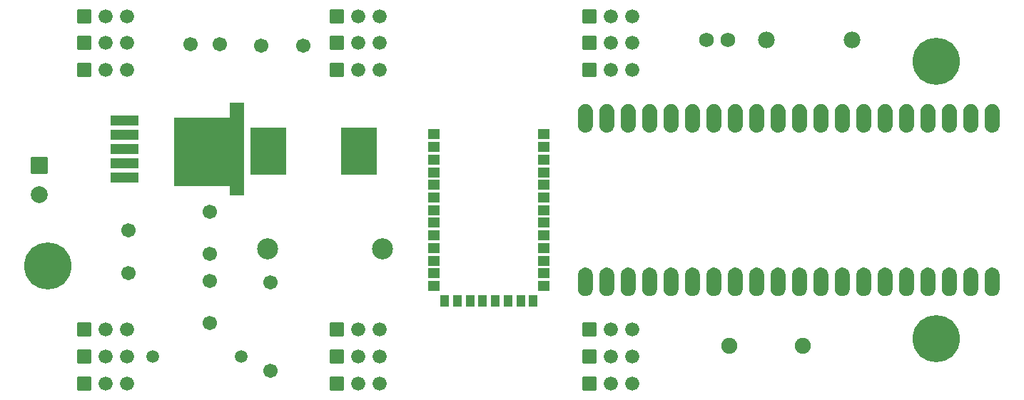
<source format=gts>
G04 Layer: TopSolderMaskLayer*
G04 EasyEDA v6.5.23, 2023-09-19 16:20:23*
G04 fec3ef732f994282af85564de1ff210d,c045908398b64bc89dde678931a0b1f3,10*
G04 Gerber Generator version 0.2*
G04 Scale: 100 percent, Rotated: No, Reflected: No *
G04 Dimensions in millimeters *
G04 leading zeros omitted , absolute positions ,4 integer and 5 decimal *
%FSLAX45Y45*%
%MOMM*%

%AMMACRO1*1,1,$1,$2,$3*1,1,$1,$4,$5*1,1,$1,0-$2,0-$3*1,1,$1,0-$4,0-$5*20,1,$1,$2,$3,$4,$5,0*20,1,$1,$4,$5,0-$2,0-$3,0*20,1,$1,0-$2,0-$3,0-$4,0-$5,0*20,1,$1,0-$4,0-$5,$2,$3,0*4,1,4,$2,$3,$4,$5,0-$2,0-$3,0-$4,0-$5,$2,$3,0*%
%AMMACRO2*4,1,8,2.4905,-5.5118,2.4905,-4.3663,-4.1135,-4.3663,-4.1135,3.7338,2.4905,3.7338,2.4905,5.5118,4.1135,5.5118,4.1135,-5.5118,2.4905,-5.5118,0*%
%ADD10C,1.7016*%
%ADD11C,2.5016*%
%ADD12C,1.6764*%
%ADD13MACRO1,0.1016X-0.7874X0.7874X0.7874X0.7874*%
%ADD14MACRO1,0.1016X-2.0925X2.75X2.0925X2.75*%
%ADD15C,1.7526*%
%ADD16C,1.5016*%
%ADD17C,1.9812*%
%ADD18MACRO1,0.1016X-1.6X0.575X1.6X0.575*%
%ADD19MACRO2*%
%ADD20R,1.1024X1.4021*%
%ADD21MACRO1,0.1016X0.6502X-0.5004X-0.6502X-0.5004*%
%ADD22MACRO1,0.1016X-0.6502X0.5004X0.6502X0.5004*%
%ADD23MACRO1,0.1X0.95X0.95X0.95X-0.95*%
%ADD24C,2.0000*%
%ADD25C,1.9016*%
%ADD26C,5.6016*%
%ADD27C,0.0125*%

%LPD*%
G36*
X10560811Y6408673D02*
G01*
X10549890Y6409944D01*
X10539222Y6412737D01*
X10529061Y6416802D01*
X10519409Y6422136D01*
X10510520Y6428486D01*
X10502645Y6436105D01*
X10495534Y6444487D01*
X10489691Y6453886D01*
X10484865Y6463792D01*
X10481563Y6474205D01*
X10479531Y6485128D01*
X10478770Y6495795D01*
X10478770Y6661150D01*
X10479531Y6672071D01*
X10481563Y6682739D01*
X10484865Y6693154D01*
X10489691Y6703313D01*
X10495534Y6712458D01*
X10502645Y6720839D01*
X10510520Y6728460D01*
X10519409Y6734810D01*
X10529061Y6740144D01*
X10539222Y6744208D01*
X10549890Y6747002D01*
X10560811Y6748526D01*
X10571988Y6748526D01*
X10582909Y6747002D01*
X10593577Y6744208D01*
X10603738Y6740144D01*
X10613390Y6734810D01*
X10622279Y6728460D01*
X10630154Y6720839D01*
X10637265Y6712458D01*
X10643108Y6703313D01*
X10647934Y6693154D01*
X10651236Y6682739D01*
X10653268Y6672071D01*
X10654029Y6661150D01*
X10654029Y6495795D01*
X10653268Y6485128D01*
X10651236Y6474205D01*
X10647934Y6463792D01*
X10643108Y6453886D01*
X10637265Y6444487D01*
X10630154Y6436105D01*
X10622279Y6428486D01*
X10613390Y6422136D01*
X10603738Y6416802D01*
X10593577Y6412737D01*
X10582909Y6409944D01*
X10571988Y6408673D01*
G37*
G36*
X10306811Y6408673D02*
G01*
X10295890Y6409944D01*
X10285222Y6412737D01*
X10275061Y6416802D01*
X10265409Y6422136D01*
X10256520Y6428486D01*
X10248645Y6436105D01*
X10241534Y6444487D01*
X10235691Y6453886D01*
X10230865Y6463792D01*
X10227563Y6474205D01*
X10225531Y6485128D01*
X10224770Y6495795D01*
X10224770Y6661150D01*
X10225531Y6672071D01*
X10227563Y6682739D01*
X10230865Y6693154D01*
X10235691Y6703313D01*
X10241534Y6712458D01*
X10248645Y6720839D01*
X10256520Y6728460D01*
X10265409Y6734810D01*
X10275061Y6740144D01*
X10285222Y6744208D01*
X10295890Y6747002D01*
X10306811Y6748526D01*
X10317988Y6748526D01*
X10328909Y6747002D01*
X10339577Y6744208D01*
X10349738Y6740144D01*
X10359390Y6734810D01*
X10368279Y6728460D01*
X10376154Y6720839D01*
X10383265Y6712458D01*
X10389108Y6703313D01*
X10393934Y6693154D01*
X10397236Y6682739D01*
X10399268Y6672071D01*
X10400029Y6661150D01*
X10400029Y6495795D01*
X10399268Y6485128D01*
X10397236Y6474205D01*
X10393934Y6463792D01*
X10389108Y6453886D01*
X10383265Y6444487D01*
X10376154Y6436105D01*
X10368279Y6428486D01*
X10359390Y6422136D01*
X10349738Y6416802D01*
X10339577Y6412737D01*
X10328909Y6409944D01*
X10317988Y6408673D01*
G37*
G36*
X10052811Y6408673D02*
G01*
X10041890Y6409944D01*
X10031222Y6412737D01*
X10021061Y6416802D01*
X10011409Y6422136D01*
X10002520Y6428486D01*
X9994645Y6436105D01*
X9987534Y6444487D01*
X9981691Y6453886D01*
X9976865Y6463792D01*
X9973563Y6474205D01*
X9971531Y6485128D01*
X9970770Y6495795D01*
X9970770Y6661150D01*
X9971531Y6672071D01*
X9973563Y6682739D01*
X9976865Y6693154D01*
X9981691Y6703313D01*
X9987534Y6712458D01*
X9994645Y6720839D01*
X10002520Y6728460D01*
X10011409Y6734810D01*
X10021061Y6740144D01*
X10031222Y6744208D01*
X10041890Y6747002D01*
X10052811Y6748526D01*
X10063988Y6748526D01*
X10074909Y6747002D01*
X10085577Y6744208D01*
X10095738Y6740144D01*
X10105390Y6734810D01*
X10114279Y6728460D01*
X10122154Y6720839D01*
X10129265Y6712458D01*
X10135108Y6703313D01*
X10139934Y6693154D01*
X10143236Y6682739D01*
X10145268Y6672071D01*
X10146029Y6661150D01*
X10146029Y6495795D01*
X10145268Y6485128D01*
X10143236Y6474205D01*
X10139934Y6463792D01*
X10135108Y6453886D01*
X10129265Y6444487D01*
X10122154Y6436105D01*
X10114279Y6428486D01*
X10105390Y6422136D01*
X10095738Y6416802D01*
X10085577Y6412737D01*
X10074909Y6409944D01*
X10063988Y6408673D01*
G37*
G36*
X9798811Y6408673D02*
G01*
X9787890Y6409944D01*
X9777222Y6412737D01*
X9767061Y6416802D01*
X9757409Y6422136D01*
X9748520Y6428486D01*
X9740645Y6436105D01*
X9733534Y6444487D01*
X9727691Y6453886D01*
X9722865Y6463792D01*
X9719563Y6474205D01*
X9717531Y6485128D01*
X9716770Y6495795D01*
X9716770Y6661150D01*
X9717531Y6672071D01*
X9719563Y6682739D01*
X9722865Y6693154D01*
X9727691Y6703313D01*
X9733534Y6712458D01*
X9740645Y6720839D01*
X9748520Y6728460D01*
X9757409Y6734810D01*
X9767061Y6740144D01*
X9777222Y6744208D01*
X9787890Y6747002D01*
X9798811Y6748526D01*
X9809988Y6748526D01*
X9820909Y6747002D01*
X9831577Y6744208D01*
X9841738Y6740144D01*
X9851390Y6734810D01*
X9860279Y6728460D01*
X9868154Y6720839D01*
X9875265Y6712458D01*
X9881108Y6703313D01*
X9885934Y6693154D01*
X9889236Y6682739D01*
X9891268Y6672071D01*
X9892029Y6661150D01*
X9892029Y6495795D01*
X9891268Y6485128D01*
X9889236Y6474205D01*
X9885934Y6463792D01*
X9881108Y6453886D01*
X9875265Y6444487D01*
X9868154Y6436105D01*
X9860279Y6428486D01*
X9851390Y6422136D01*
X9841738Y6416802D01*
X9831577Y6412737D01*
X9820909Y6409944D01*
X9809988Y6408673D01*
G37*
G36*
X9544811Y6408673D02*
G01*
X9533890Y6409944D01*
X9523222Y6412737D01*
X9513061Y6416802D01*
X9503409Y6422136D01*
X9494520Y6428486D01*
X9486645Y6436105D01*
X9479534Y6444487D01*
X9473691Y6453886D01*
X9468865Y6463792D01*
X9465563Y6474205D01*
X9463531Y6485128D01*
X9462770Y6495795D01*
X9462770Y6661150D01*
X9463531Y6672071D01*
X9465563Y6682739D01*
X9468865Y6693154D01*
X9473691Y6703313D01*
X9479534Y6712458D01*
X9486645Y6720839D01*
X9494520Y6728460D01*
X9503409Y6734810D01*
X9513061Y6740144D01*
X9523222Y6744208D01*
X9533890Y6747002D01*
X9544811Y6748526D01*
X9555988Y6748526D01*
X9566909Y6747002D01*
X9577577Y6744208D01*
X9587738Y6740144D01*
X9597390Y6734810D01*
X9606279Y6728460D01*
X9614154Y6720839D01*
X9621265Y6712458D01*
X9627108Y6703313D01*
X9631934Y6693154D01*
X9635236Y6682739D01*
X9637268Y6672071D01*
X9638029Y6661150D01*
X9638029Y6495795D01*
X9637268Y6485128D01*
X9635236Y6474205D01*
X9631934Y6463792D01*
X9627108Y6453886D01*
X9621265Y6444487D01*
X9614154Y6436105D01*
X9606279Y6428486D01*
X9597390Y6422136D01*
X9587738Y6416802D01*
X9577577Y6412737D01*
X9566909Y6409944D01*
X9555988Y6408673D01*
G37*
G36*
X9290811Y6408673D02*
G01*
X9279890Y6409944D01*
X9269222Y6412737D01*
X9259061Y6416802D01*
X9249409Y6422136D01*
X9240520Y6428486D01*
X9232645Y6436105D01*
X9225534Y6444487D01*
X9219691Y6453886D01*
X9214865Y6463792D01*
X9211563Y6474205D01*
X9209531Y6485128D01*
X9208770Y6495795D01*
X9208770Y6661150D01*
X9209531Y6672071D01*
X9211563Y6682739D01*
X9214865Y6693154D01*
X9219691Y6703313D01*
X9225534Y6712458D01*
X9232645Y6720839D01*
X9240520Y6728460D01*
X9249409Y6734810D01*
X9259061Y6740144D01*
X9269222Y6744208D01*
X9279890Y6747002D01*
X9290811Y6748526D01*
X9301988Y6748526D01*
X9312909Y6747002D01*
X9323577Y6744208D01*
X9333738Y6740144D01*
X9343390Y6734810D01*
X9352279Y6728460D01*
X9360154Y6720839D01*
X9367265Y6712458D01*
X9373108Y6703313D01*
X9377934Y6693154D01*
X9381236Y6682739D01*
X9383268Y6672071D01*
X9384029Y6661150D01*
X9384029Y6495795D01*
X9383268Y6485128D01*
X9381236Y6474205D01*
X9377934Y6463792D01*
X9373108Y6453886D01*
X9367265Y6444487D01*
X9360154Y6436105D01*
X9352279Y6428486D01*
X9343390Y6422136D01*
X9333738Y6416802D01*
X9323577Y6412737D01*
X9312909Y6409944D01*
X9301988Y6408673D01*
G37*
G36*
X9036811Y6408673D02*
G01*
X9025890Y6409944D01*
X9015222Y6412737D01*
X9005061Y6416802D01*
X8995409Y6422136D01*
X8986520Y6428486D01*
X8978645Y6436105D01*
X8971534Y6444487D01*
X8965691Y6453886D01*
X8960865Y6463792D01*
X8957563Y6474205D01*
X8955531Y6485128D01*
X8954770Y6495795D01*
X8954770Y6661150D01*
X8955531Y6672071D01*
X8957563Y6682739D01*
X8960865Y6693154D01*
X8965691Y6703313D01*
X8971534Y6712458D01*
X8978645Y6720839D01*
X8986520Y6728460D01*
X8995409Y6734810D01*
X9005061Y6740144D01*
X9015222Y6744208D01*
X9025890Y6747002D01*
X9036811Y6748526D01*
X9047988Y6748526D01*
X9058909Y6747002D01*
X9069577Y6744208D01*
X9079738Y6740144D01*
X9089390Y6734810D01*
X9098279Y6728460D01*
X9106154Y6720839D01*
X9113265Y6712458D01*
X9119108Y6703313D01*
X9123934Y6693154D01*
X9127236Y6682739D01*
X9129268Y6672071D01*
X9130029Y6661150D01*
X9130029Y6495795D01*
X9129268Y6485128D01*
X9127236Y6474205D01*
X9123934Y6463792D01*
X9119108Y6453886D01*
X9113265Y6444487D01*
X9106154Y6436105D01*
X9098279Y6428486D01*
X9089390Y6422136D01*
X9079738Y6416802D01*
X9069577Y6412737D01*
X9058909Y6409944D01*
X9047988Y6408673D01*
G37*
G36*
X8782811Y6408673D02*
G01*
X8771890Y6409944D01*
X8761222Y6412737D01*
X8751061Y6416802D01*
X8741409Y6422136D01*
X8732520Y6428486D01*
X8724645Y6436105D01*
X8717534Y6444487D01*
X8711691Y6453886D01*
X8706865Y6463792D01*
X8703563Y6474205D01*
X8701531Y6485128D01*
X8700770Y6495795D01*
X8700770Y6661150D01*
X8701531Y6672071D01*
X8703563Y6682739D01*
X8706865Y6693154D01*
X8711691Y6703313D01*
X8717534Y6712458D01*
X8724645Y6720839D01*
X8732520Y6728460D01*
X8741409Y6734810D01*
X8751061Y6740144D01*
X8761222Y6744208D01*
X8771890Y6747002D01*
X8782811Y6748526D01*
X8793988Y6748526D01*
X8804909Y6747002D01*
X8815577Y6744208D01*
X8825738Y6740144D01*
X8835390Y6734810D01*
X8844279Y6728460D01*
X8852154Y6720839D01*
X8859265Y6712458D01*
X8865108Y6703313D01*
X8869934Y6693154D01*
X8873236Y6682739D01*
X8875268Y6672071D01*
X8876029Y6661150D01*
X8876029Y6495795D01*
X8875268Y6485128D01*
X8873236Y6474205D01*
X8869934Y6463792D01*
X8865108Y6453886D01*
X8859265Y6444487D01*
X8852154Y6436105D01*
X8844279Y6428486D01*
X8835390Y6422136D01*
X8825738Y6416802D01*
X8815577Y6412737D01*
X8804909Y6409944D01*
X8793988Y6408673D01*
G37*
G36*
X8528811Y6408673D02*
G01*
X8517890Y6409944D01*
X8507222Y6412737D01*
X8497061Y6416802D01*
X8487409Y6422136D01*
X8478520Y6428486D01*
X8470645Y6436105D01*
X8463534Y6444487D01*
X8457691Y6453886D01*
X8452865Y6463792D01*
X8449563Y6474205D01*
X8447531Y6485128D01*
X8446770Y6495795D01*
X8446770Y6661150D01*
X8447531Y6672071D01*
X8449563Y6682739D01*
X8452865Y6693154D01*
X8457691Y6703313D01*
X8463534Y6712458D01*
X8470645Y6720839D01*
X8478520Y6728460D01*
X8487409Y6734810D01*
X8497061Y6740144D01*
X8507222Y6744208D01*
X8517890Y6747002D01*
X8528811Y6748526D01*
X8539988Y6748526D01*
X8550909Y6747002D01*
X8561577Y6744208D01*
X8571738Y6740144D01*
X8581390Y6734810D01*
X8590279Y6728460D01*
X8598154Y6720839D01*
X8605265Y6712458D01*
X8611108Y6703313D01*
X8615934Y6693154D01*
X8619236Y6682739D01*
X8621268Y6672071D01*
X8622029Y6661150D01*
X8622029Y6495795D01*
X8621268Y6485128D01*
X8619236Y6474205D01*
X8615934Y6463792D01*
X8611108Y6453886D01*
X8605265Y6444487D01*
X8598154Y6436105D01*
X8590279Y6428486D01*
X8581390Y6422136D01*
X8571738Y6416802D01*
X8561577Y6412737D01*
X8550909Y6409944D01*
X8539988Y6408673D01*
G37*
G36*
X8274811Y6408673D02*
G01*
X8263890Y6409944D01*
X8253222Y6412737D01*
X8243061Y6416802D01*
X8233409Y6422136D01*
X8224520Y6428486D01*
X8216645Y6436105D01*
X8209534Y6444487D01*
X8203691Y6453886D01*
X8198865Y6463792D01*
X8195563Y6474205D01*
X8193531Y6485128D01*
X8192770Y6495795D01*
X8192770Y6661150D01*
X8193531Y6672071D01*
X8195563Y6682739D01*
X8198865Y6693154D01*
X8203691Y6703313D01*
X8209534Y6712458D01*
X8216645Y6720839D01*
X8224520Y6728460D01*
X8233409Y6734810D01*
X8243061Y6740144D01*
X8253222Y6744208D01*
X8263890Y6747002D01*
X8274811Y6748526D01*
X8285988Y6748526D01*
X8296909Y6747002D01*
X8307577Y6744208D01*
X8317738Y6740144D01*
X8327390Y6734810D01*
X8336279Y6728460D01*
X8344154Y6720839D01*
X8351265Y6712458D01*
X8357108Y6703313D01*
X8361934Y6693154D01*
X8365236Y6682739D01*
X8367268Y6672071D01*
X8368029Y6661150D01*
X8368029Y6495795D01*
X8367268Y6485128D01*
X8365236Y6474205D01*
X8361934Y6463792D01*
X8357108Y6453886D01*
X8351265Y6444487D01*
X8344154Y6436105D01*
X8336279Y6428486D01*
X8327390Y6422136D01*
X8317738Y6416802D01*
X8307577Y6412737D01*
X8296909Y6409944D01*
X8285988Y6408673D01*
G37*
G36*
X8020811Y6408673D02*
G01*
X8009890Y6409944D01*
X7999475Y6412737D01*
X7989061Y6416802D01*
X7979409Y6422136D01*
X7970520Y6428486D01*
X7962645Y6436105D01*
X7955534Y6444487D01*
X7949691Y6453886D01*
X7944865Y6463792D01*
X7941563Y6474205D01*
X7939531Y6485128D01*
X7938770Y6495795D01*
X7938770Y6661150D01*
X7939531Y6672071D01*
X7941563Y6682739D01*
X7944865Y6693154D01*
X7949691Y6703313D01*
X7955534Y6712458D01*
X7962645Y6720839D01*
X7970520Y6728460D01*
X7979409Y6734810D01*
X7989061Y6740144D01*
X7999475Y6744208D01*
X8009890Y6747002D01*
X8020811Y6748526D01*
X8031988Y6748526D01*
X8042909Y6747002D01*
X8053577Y6744208D01*
X8063738Y6740144D01*
X8073390Y6734810D01*
X8082279Y6728460D01*
X8090154Y6720839D01*
X8097265Y6712458D01*
X8103108Y6703313D01*
X8107934Y6693154D01*
X8111236Y6682739D01*
X8113268Y6672071D01*
X8114029Y6661150D01*
X8114029Y6495795D01*
X8113268Y6485128D01*
X8111236Y6474205D01*
X8107934Y6463792D01*
X8103108Y6453886D01*
X8097265Y6444487D01*
X8090154Y6436105D01*
X8082279Y6428486D01*
X8073390Y6422136D01*
X8063738Y6416802D01*
X8053577Y6412737D01*
X8042909Y6409944D01*
X8031988Y6408673D01*
G37*
G36*
X7766811Y6408673D02*
G01*
X7755890Y6409944D01*
X7745475Y6412737D01*
X7735061Y6416802D01*
X7725409Y6422136D01*
X7716520Y6428486D01*
X7708645Y6436105D01*
X7701534Y6444487D01*
X7695691Y6453886D01*
X7690865Y6463792D01*
X7687563Y6474205D01*
X7685531Y6485128D01*
X7684770Y6495795D01*
X7684770Y6661150D01*
X7685531Y6672071D01*
X7687563Y6682739D01*
X7690865Y6693154D01*
X7695691Y6703313D01*
X7701534Y6712458D01*
X7708645Y6720839D01*
X7716520Y6728460D01*
X7725409Y6734810D01*
X7735061Y6740144D01*
X7745475Y6744208D01*
X7755890Y6747002D01*
X7766811Y6748526D01*
X7777988Y6748526D01*
X7788909Y6747002D01*
X7799577Y6744208D01*
X7809738Y6740144D01*
X7819390Y6734810D01*
X7828279Y6728460D01*
X7836154Y6720839D01*
X7843265Y6712458D01*
X7849108Y6703313D01*
X7853934Y6693154D01*
X7857236Y6682739D01*
X7859268Y6672071D01*
X7860029Y6661150D01*
X7860029Y6495795D01*
X7859268Y6485128D01*
X7857236Y6474205D01*
X7853934Y6463792D01*
X7849108Y6453886D01*
X7843265Y6444487D01*
X7836154Y6436105D01*
X7828279Y6428486D01*
X7819390Y6422136D01*
X7809738Y6416802D01*
X7799577Y6412737D01*
X7788909Y6409944D01*
X7777988Y6408673D01*
G37*
G36*
X7512811Y6408673D02*
G01*
X7501890Y6409944D01*
X7491475Y6412737D01*
X7481061Y6416802D01*
X7471409Y6422136D01*
X7462520Y6428486D01*
X7454645Y6436105D01*
X7447534Y6444487D01*
X7441691Y6453886D01*
X7436865Y6463792D01*
X7433563Y6474205D01*
X7431531Y6485128D01*
X7430770Y6495795D01*
X7430770Y6661150D01*
X7431531Y6672071D01*
X7433563Y6682739D01*
X7436865Y6693154D01*
X7441691Y6703313D01*
X7447534Y6712458D01*
X7454645Y6720839D01*
X7462520Y6728460D01*
X7471409Y6734810D01*
X7481061Y6740144D01*
X7491475Y6744208D01*
X7501890Y6747002D01*
X7512811Y6748526D01*
X7523988Y6748526D01*
X7534909Y6747002D01*
X7545577Y6744208D01*
X7555738Y6740144D01*
X7565390Y6734810D01*
X7574279Y6728460D01*
X7582154Y6720839D01*
X7589265Y6712458D01*
X7595108Y6703313D01*
X7599934Y6693154D01*
X7603236Y6682739D01*
X7605268Y6672071D01*
X7606029Y6661150D01*
X7606029Y6495795D01*
X7605268Y6485128D01*
X7603236Y6474205D01*
X7599934Y6463792D01*
X7595108Y6453886D01*
X7589265Y6444487D01*
X7582154Y6436105D01*
X7574279Y6428486D01*
X7565390Y6422136D01*
X7555738Y6416802D01*
X7545577Y6412737D01*
X7534909Y6409944D01*
X7523988Y6408673D01*
G37*
G36*
X7258811Y6408673D02*
G01*
X7247890Y6409944D01*
X7237475Y6412737D01*
X7227061Y6416802D01*
X7217409Y6422136D01*
X7208520Y6428486D01*
X7200645Y6436105D01*
X7193534Y6444487D01*
X7187691Y6453886D01*
X7182865Y6463792D01*
X7179563Y6474205D01*
X7177531Y6485128D01*
X7176770Y6495795D01*
X7176770Y6661150D01*
X7177531Y6672071D01*
X7179563Y6682739D01*
X7182865Y6693154D01*
X7187691Y6703313D01*
X7193534Y6712458D01*
X7200645Y6720839D01*
X7208520Y6728460D01*
X7217409Y6734810D01*
X7227061Y6740144D01*
X7237475Y6744208D01*
X7247890Y6747002D01*
X7258811Y6748526D01*
X7269988Y6748526D01*
X7280909Y6747002D01*
X7291577Y6744208D01*
X7301738Y6740144D01*
X7311390Y6734810D01*
X7320279Y6728460D01*
X7328154Y6720839D01*
X7335265Y6712458D01*
X7341108Y6703313D01*
X7345934Y6693154D01*
X7349236Y6682739D01*
X7351268Y6672071D01*
X7352029Y6661150D01*
X7352029Y6495795D01*
X7351268Y6485128D01*
X7349236Y6474205D01*
X7345934Y6463792D01*
X7341108Y6453886D01*
X7335265Y6444487D01*
X7328154Y6436105D01*
X7320279Y6428486D01*
X7311390Y6422136D01*
X7301738Y6416802D01*
X7291577Y6412737D01*
X7280909Y6409944D01*
X7269988Y6408673D01*
G37*
G36*
X7004811Y6408673D02*
G01*
X6993890Y6409944D01*
X6983475Y6412737D01*
X6973061Y6416802D01*
X6963409Y6422136D01*
X6954520Y6428486D01*
X6946645Y6436105D01*
X6939534Y6444487D01*
X6933691Y6453886D01*
X6928865Y6463792D01*
X6925563Y6474205D01*
X6923531Y6485128D01*
X6922770Y6495795D01*
X6922770Y6661150D01*
X6923531Y6672071D01*
X6925563Y6682739D01*
X6928865Y6693154D01*
X6933691Y6703313D01*
X6939534Y6712458D01*
X6946645Y6720839D01*
X6954520Y6728460D01*
X6963409Y6734810D01*
X6973061Y6740144D01*
X6983475Y6744208D01*
X6993890Y6747002D01*
X7004811Y6748526D01*
X7015988Y6748526D01*
X7026909Y6747002D01*
X7037577Y6744208D01*
X7047738Y6740144D01*
X7057390Y6734810D01*
X7066279Y6728460D01*
X7074154Y6720839D01*
X7081265Y6712458D01*
X7087108Y6703313D01*
X7091934Y6693154D01*
X7095236Y6682739D01*
X7097268Y6672071D01*
X7098029Y6661150D01*
X7098029Y6495795D01*
X7097268Y6485128D01*
X7095236Y6474205D01*
X7091934Y6463792D01*
X7087108Y6453886D01*
X7081265Y6444487D01*
X7074154Y6436105D01*
X7066279Y6428486D01*
X7057390Y6422136D01*
X7047738Y6416802D01*
X7037577Y6412737D01*
X7026909Y6409944D01*
X7015988Y6408673D01*
G37*
G36*
X6750811Y6408673D02*
G01*
X6739890Y6409944D01*
X6729475Y6412737D01*
X6719061Y6416802D01*
X6709409Y6422136D01*
X6700520Y6428486D01*
X6692645Y6436105D01*
X6685534Y6444487D01*
X6679691Y6453886D01*
X6674865Y6463792D01*
X6671563Y6474205D01*
X6669531Y6485128D01*
X6668770Y6495795D01*
X6668770Y6661150D01*
X6669531Y6672071D01*
X6671563Y6682739D01*
X6674865Y6693154D01*
X6679691Y6703313D01*
X6685534Y6712458D01*
X6692645Y6720839D01*
X6700520Y6728460D01*
X6709409Y6734810D01*
X6719061Y6740144D01*
X6729475Y6744208D01*
X6739890Y6747002D01*
X6750811Y6748526D01*
X6761988Y6748526D01*
X6772909Y6747002D01*
X6783577Y6744208D01*
X6793738Y6740144D01*
X6803390Y6734810D01*
X6812279Y6728460D01*
X6820154Y6720839D01*
X6827265Y6712458D01*
X6833108Y6703313D01*
X6837934Y6693154D01*
X6841236Y6682739D01*
X6843268Y6672071D01*
X6844029Y6661150D01*
X6844029Y6495795D01*
X6843268Y6485128D01*
X6841236Y6474205D01*
X6837934Y6463792D01*
X6833108Y6453886D01*
X6827265Y6444487D01*
X6820154Y6436105D01*
X6812279Y6428486D01*
X6803390Y6422136D01*
X6793738Y6416802D01*
X6783577Y6412737D01*
X6772909Y6409944D01*
X6761988Y6408673D01*
G37*
G36*
X6496811Y6408673D02*
G01*
X6485890Y6409944D01*
X6475475Y6412737D01*
X6465061Y6416802D01*
X6455409Y6422136D01*
X6446520Y6428486D01*
X6438645Y6436105D01*
X6431534Y6444487D01*
X6425691Y6453886D01*
X6420865Y6463792D01*
X6417563Y6474205D01*
X6415531Y6485128D01*
X6414770Y6495795D01*
X6414770Y6661150D01*
X6415531Y6672071D01*
X6417563Y6682739D01*
X6420865Y6693154D01*
X6425691Y6703313D01*
X6431534Y6712458D01*
X6438645Y6720839D01*
X6446520Y6728460D01*
X6455409Y6734810D01*
X6465061Y6740144D01*
X6475475Y6744208D01*
X6485890Y6747002D01*
X6496811Y6748526D01*
X6507988Y6748526D01*
X6518909Y6747002D01*
X6529577Y6744208D01*
X6539738Y6740144D01*
X6549390Y6734810D01*
X6558279Y6728460D01*
X6566154Y6720839D01*
X6573265Y6712458D01*
X6579108Y6703313D01*
X6583934Y6693154D01*
X6587236Y6682739D01*
X6589268Y6672071D01*
X6590029Y6661150D01*
X6590029Y6495795D01*
X6589268Y6485128D01*
X6587236Y6474205D01*
X6583934Y6463792D01*
X6579108Y6453886D01*
X6573265Y6444487D01*
X6566154Y6436105D01*
X6558279Y6428486D01*
X6549390Y6422136D01*
X6539738Y6416802D01*
X6529577Y6412737D01*
X6518909Y6409944D01*
X6507988Y6408673D01*
G37*
G36*
X6242811Y6408673D02*
G01*
X6231890Y6409944D01*
X6221475Y6412737D01*
X6211061Y6416802D01*
X6201409Y6422136D01*
X6192520Y6428486D01*
X6184645Y6436105D01*
X6177534Y6444487D01*
X6171691Y6453886D01*
X6166865Y6463792D01*
X6163563Y6474205D01*
X6161531Y6485128D01*
X6160770Y6495795D01*
X6160770Y6661150D01*
X6161531Y6672071D01*
X6163563Y6682739D01*
X6166865Y6693154D01*
X6171691Y6703313D01*
X6177534Y6712458D01*
X6184645Y6720839D01*
X6192520Y6728460D01*
X6201409Y6734810D01*
X6211061Y6740144D01*
X6221475Y6744208D01*
X6231890Y6747002D01*
X6242811Y6748526D01*
X6253988Y6748526D01*
X6264909Y6747002D01*
X6275577Y6744208D01*
X6285738Y6740144D01*
X6295390Y6734810D01*
X6304279Y6728460D01*
X6312154Y6720839D01*
X6319265Y6712458D01*
X6325108Y6703313D01*
X6329934Y6693154D01*
X6333236Y6682739D01*
X6335268Y6672071D01*
X6336029Y6661150D01*
X6336029Y6495795D01*
X6335268Y6485128D01*
X6333236Y6474205D01*
X6329934Y6463792D01*
X6325108Y6453886D01*
X6319265Y6444487D01*
X6312154Y6436105D01*
X6304279Y6428486D01*
X6295390Y6422136D01*
X6285738Y6416802D01*
X6275577Y6412737D01*
X6264909Y6409944D01*
X6253988Y6408673D01*
G37*
G36*
X5988811Y6408673D02*
G01*
X5977890Y6409944D01*
X5967475Y6412737D01*
X5957061Y6416802D01*
X5947409Y6422136D01*
X5938520Y6428486D01*
X5930645Y6436105D01*
X5923534Y6444487D01*
X5917691Y6453886D01*
X5912865Y6463792D01*
X5909563Y6474205D01*
X5907531Y6485128D01*
X5906770Y6495795D01*
X5906770Y6661150D01*
X5907531Y6672071D01*
X5909563Y6682739D01*
X5912865Y6693154D01*
X5917691Y6703313D01*
X5923534Y6712458D01*
X5930645Y6720839D01*
X5938520Y6728460D01*
X5947409Y6734810D01*
X5957061Y6740144D01*
X5967475Y6744208D01*
X5977890Y6747002D01*
X5988811Y6748526D01*
X5999988Y6748526D01*
X6010909Y6747002D01*
X6021577Y6744208D01*
X6031738Y6740144D01*
X6041390Y6734810D01*
X6050279Y6728460D01*
X6058154Y6720839D01*
X6065265Y6712458D01*
X6071108Y6703313D01*
X6075934Y6693154D01*
X6079236Y6682739D01*
X6081268Y6672071D01*
X6082029Y6661150D01*
X6082029Y6495795D01*
X6081268Y6485128D01*
X6079236Y6474205D01*
X6075934Y6463792D01*
X6071108Y6453886D01*
X6065265Y6444487D01*
X6058154Y6436105D01*
X6050279Y6428486D01*
X6041390Y6422136D01*
X6031738Y6416802D01*
X6021577Y6412737D01*
X6010909Y6409944D01*
X5999988Y6408673D01*
G37*
G36*
X5734811Y6408673D02*
G01*
X5723890Y6409944D01*
X5713475Y6412737D01*
X5703061Y6416802D01*
X5693409Y6422136D01*
X5684520Y6428486D01*
X5676645Y6436105D01*
X5669534Y6444487D01*
X5663691Y6453886D01*
X5658865Y6463792D01*
X5655563Y6474205D01*
X5653531Y6485128D01*
X5652770Y6495795D01*
X5652770Y6661150D01*
X5653531Y6672071D01*
X5655563Y6682739D01*
X5658865Y6693154D01*
X5663691Y6703313D01*
X5669534Y6712458D01*
X5676645Y6720839D01*
X5684520Y6728460D01*
X5693409Y6734810D01*
X5703061Y6740144D01*
X5713475Y6744208D01*
X5723890Y6747002D01*
X5734811Y6748526D01*
X5745988Y6748526D01*
X5756909Y6747002D01*
X5767577Y6744208D01*
X5777738Y6740144D01*
X5787390Y6734810D01*
X5796279Y6728460D01*
X5804154Y6720839D01*
X5811265Y6712458D01*
X5817108Y6703313D01*
X5821934Y6693154D01*
X5825236Y6682739D01*
X5827268Y6672071D01*
X5828029Y6661150D01*
X5828029Y6495795D01*
X5827268Y6485128D01*
X5825236Y6474205D01*
X5821934Y6463792D01*
X5817108Y6453886D01*
X5811265Y6444487D01*
X5804154Y6436105D01*
X5796279Y6428486D01*
X5787390Y6422136D01*
X5777738Y6416802D01*
X5767577Y6412737D01*
X5756909Y6409944D01*
X5745988Y6408673D01*
G37*
G36*
X5734811Y4465573D02*
G01*
X5723890Y4466844D01*
X5713475Y4469637D01*
X5703061Y4473702D01*
X5693409Y4479036D01*
X5684520Y4485386D01*
X5676645Y4493005D01*
X5669534Y4501387D01*
X5663691Y4510786D01*
X5658865Y4520692D01*
X5655563Y4531105D01*
X5653531Y4542028D01*
X5652770Y4552950D01*
X5652770Y4718050D01*
X5653531Y4728971D01*
X5655563Y4739894D01*
X5658865Y4750307D01*
X5663691Y4760213D01*
X5669534Y4769357D01*
X5676645Y4777994D01*
X5684520Y4785360D01*
X5693409Y4791963D01*
X5703061Y4797297D01*
X5713475Y4801362D01*
X5723890Y4804155D01*
X5734811Y4805426D01*
X5745988Y4805426D01*
X5756909Y4804155D01*
X5767577Y4801362D01*
X5777738Y4797297D01*
X5787390Y4791963D01*
X5796279Y4785360D01*
X5804154Y4777994D01*
X5811265Y4769357D01*
X5817108Y4760213D01*
X5821934Y4750307D01*
X5825236Y4739894D01*
X5827268Y4728971D01*
X5828029Y4718050D01*
X5828029Y4552950D01*
X5827268Y4542028D01*
X5825236Y4531105D01*
X5821934Y4520692D01*
X5817108Y4510786D01*
X5811265Y4501387D01*
X5804154Y4493005D01*
X5796279Y4485386D01*
X5787390Y4479036D01*
X5777738Y4473702D01*
X5767577Y4469637D01*
X5756909Y4466844D01*
X5745988Y4465573D01*
G37*
G36*
X5988811Y4465573D02*
G01*
X5977890Y4466844D01*
X5967475Y4469637D01*
X5957061Y4473702D01*
X5947409Y4479036D01*
X5938520Y4485386D01*
X5930645Y4493005D01*
X5923534Y4501387D01*
X5917691Y4510786D01*
X5912865Y4520692D01*
X5909563Y4531105D01*
X5907531Y4542028D01*
X5906770Y4552950D01*
X5906770Y4718050D01*
X5907531Y4728971D01*
X5909563Y4739894D01*
X5912865Y4750307D01*
X5917691Y4760213D01*
X5923534Y4769357D01*
X5930645Y4777994D01*
X5938520Y4785360D01*
X5947409Y4791963D01*
X5957061Y4797297D01*
X5967475Y4801362D01*
X5977890Y4804155D01*
X5988811Y4805426D01*
X5999988Y4805426D01*
X6010909Y4804155D01*
X6021577Y4801362D01*
X6031738Y4797297D01*
X6041390Y4791963D01*
X6050279Y4785360D01*
X6058154Y4777994D01*
X6065265Y4769357D01*
X6071108Y4760213D01*
X6075934Y4750307D01*
X6079236Y4739894D01*
X6081268Y4728971D01*
X6082029Y4718050D01*
X6082029Y4552950D01*
X6081268Y4542028D01*
X6079236Y4531105D01*
X6075934Y4520692D01*
X6071108Y4510786D01*
X6065265Y4501387D01*
X6058154Y4493005D01*
X6050279Y4485386D01*
X6041390Y4479036D01*
X6031738Y4473702D01*
X6021577Y4469637D01*
X6010909Y4466844D01*
X5999988Y4465573D01*
G37*
G36*
X6242811Y4465573D02*
G01*
X6231890Y4466844D01*
X6221475Y4469637D01*
X6211061Y4473702D01*
X6201409Y4479036D01*
X6192520Y4485386D01*
X6184645Y4493005D01*
X6177534Y4501387D01*
X6171691Y4510786D01*
X6166865Y4520692D01*
X6163563Y4531105D01*
X6161531Y4542028D01*
X6160770Y4552950D01*
X6160770Y4718050D01*
X6161531Y4728971D01*
X6163563Y4739894D01*
X6166865Y4750307D01*
X6171691Y4760213D01*
X6177534Y4769357D01*
X6184645Y4777994D01*
X6192520Y4785360D01*
X6201409Y4791963D01*
X6211061Y4797297D01*
X6221475Y4801362D01*
X6231890Y4804155D01*
X6242811Y4805426D01*
X6253988Y4805426D01*
X6264909Y4804155D01*
X6275577Y4801362D01*
X6285738Y4797297D01*
X6295390Y4791963D01*
X6304279Y4785360D01*
X6312154Y4777994D01*
X6319265Y4769357D01*
X6325108Y4760213D01*
X6329934Y4750307D01*
X6333236Y4739894D01*
X6335268Y4728971D01*
X6336029Y4718050D01*
X6336029Y4552950D01*
X6335268Y4542028D01*
X6333236Y4531105D01*
X6329934Y4520692D01*
X6325108Y4510786D01*
X6319265Y4501387D01*
X6312154Y4493005D01*
X6304279Y4485386D01*
X6295390Y4479036D01*
X6285738Y4473702D01*
X6275577Y4469637D01*
X6264909Y4466844D01*
X6253988Y4465573D01*
G37*
G36*
X6496811Y4465573D02*
G01*
X6485890Y4466844D01*
X6475475Y4469637D01*
X6465061Y4473702D01*
X6455409Y4479036D01*
X6446520Y4485386D01*
X6438645Y4493005D01*
X6431534Y4501387D01*
X6425691Y4510786D01*
X6420865Y4520692D01*
X6417563Y4531105D01*
X6415531Y4542028D01*
X6414770Y4552950D01*
X6414770Y4718050D01*
X6415531Y4728971D01*
X6417563Y4739894D01*
X6420865Y4750307D01*
X6425691Y4760213D01*
X6431534Y4769357D01*
X6438645Y4777994D01*
X6446520Y4785360D01*
X6455409Y4791963D01*
X6465061Y4797297D01*
X6475475Y4801362D01*
X6485890Y4804155D01*
X6496811Y4805426D01*
X6507988Y4805426D01*
X6518909Y4804155D01*
X6529577Y4801362D01*
X6539738Y4797297D01*
X6549390Y4791963D01*
X6558279Y4785360D01*
X6566154Y4777994D01*
X6573265Y4769357D01*
X6579108Y4760213D01*
X6583934Y4750307D01*
X6587236Y4739894D01*
X6589268Y4728971D01*
X6590029Y4718050D01*
X6590029Y4552950D01*
X6589268Y4542028D01*
X6587236Y4531105D01*
X6583934Y4520692D01*
X6579108Y4510786D01*
X6573265Y4501387D01*
X6566154Y4493005D01*
X6558279Y4485386D01*
X6549390Y4479036D01*
X6539738Y4473702D01*
X6529577Y4469637D01*
X6518909Y4466844D01*
X6507988Y4465573D01*
G37*
G36*
X6750811Y4465573D02*
G01*
X6739890Y4466844D01*
X6729475Y4469637D01*
X6719061Y4473702D01*
X6709409Y4479036D01*
X6700520Y4485386D01*
X6692645Y4493005D01*
X6685534Y4501387D01*
X6679691Y4510786D01*
X6674865Y4520692D01*
X6671563Y4531105D01*
X6669531Y4542028D01*
X6668770Y4552950D01*
X6668770Y4718050D01*
X6669531Y4728971D01*
X6671563Y4739894D01*
X6674865Y4750307D01*
X6679691Y4760213D01*
X6685534Y4769357D01*
X6692645Y4777994D01*
X6700520Y4785360D01*
X6709409Y4791963D01*
X6719061Y4797297D01*
X6729475Y4801362D01*
X6739890Y4804155D01*
X6750811Y4805426D01*
X6761988Y4805426D01*
X6772909Y4804155D01*
X6783577Y4801362D01*
X6793738Y4797297D01*
X6803390Y4791963D01*
X6812279Y4785360D01*
X6820154Y4777994D01*
X6827265Y4769357D01*
X6833108Y4760213D01*
X6837934Y4750307D01*
X6841236Y4739894D01*
X6843268Y4728971D01*
X6844029Y4718050D01*
X6844029Y4552950D01*
X6843268Y4542028D01*
X6841236Y4531105D01*
X6837934Y4520692D01*
X6833108Y4510786D01*
X6827265Y4501387D01*
X6820154Y4493005D01*
X6812279Y4485386D01*
X6803390Y4479036D01*
X6793738Y4473702D01*
X6783577Y4469637D01*
X6772909Y4466844D01*
X6761988Y4465573D01*
G37*
G36*
X7004811Y4465573D02*
G01*
X6993890Y4466844D01*
X6983475Y4469637D01*
X6973061Y4473702D01*
X6963409Y4479036D01*
X6954520Y4485386D01*
X6946645Y4493005D01*
X6939534Y4501387D01*
X6933691Y4510786D01*
X6928865Y4520692D01*
X6925563Y4531105D01*
X6923531Y4542028D01*
X6922770Y4552950D01*
X6922770Y4718050D01*
X6923531Y4728971D01*
X6925563Y4739894D01*
X6928865Y4750307D01*
X6933691Y4760213D01*
X6939534Y4769357D01*
X6946645Y4777994D01*
X6954520Y4785360D01*
X6963409Y4791963D01*
X6973061Y4797297D01*
X6983475Y4801362D01*
X6993890Y4804155D01*
X7004811Y4805426D01*
X7015988Y4805426D01*
X7026909Y4804155D01*
X7037577Y4801362D01*
X7047738Y4797297D01*
X7057390Y4791963D01*
X7066279Y4785360D01*
X7074154Y4777994D01*
X7081265Y4769357D01*
X7087108Y4760213D01*
X7091934Y4750307D01*
X7095236Y4739894D01*
X7097268Y4728971D01*
X7098029Y4718050D01*
X7098029Y4552950D01*
X7097268Y4542028D01*
X7095236Y4531105D01*
X7091934Y4520692D01*
X7087108Y4510786D01*
X7081265Y4501387D01*
X7074154Y4493005D01*
X7066279Y4485386D01*
X7057390Y4479036D01*
X7047738Y4473702D01*
X7037577Y4469637D01*
X7026909Y4466844D01*
X7015988Y4465573D01*
G37*
G36*
X7258811Y4465573D02*
G01*
X7247890Y4466844D01*
X7237475Y4469637D01*
X7227061Y4473702D01*
X7217409Y4479036D01*
X7208520Y4485386D01*
X7200645Y4493005D01*
X7193534Y4501387D01*
X7187691Y4510786D01*
X7182865Y4520692D01*
X7179563Y4531105D01*
X7177531Y4542028D01*
X7176770Y4552950D01*
X7176770Y4718050D01*
X7177531Y4728971D01*
X7179563Y4739894D01*
X7182865Y4750307D01*
X7187691Y4760213D01*
X7193534Y4769357D01*
X7200645Y4777994D01*
X7208520Y4785360D01*
X7217409Y4791963D01*
X7227061Y4797297D01*
X7237475Y4801362D01*
X7247890Y4804155D01*
X7258811Y4805426D01*
X7269988Y4805426D01*
X7280909Y4804155D01*
X7291577Y4801362D01*
X7301738Y4797297D01*
X7311390Y4791963D01*
X7320279Y4785360D01*
X7328154Y4777994D01*
X7335265Y4769357D01*
X7341108Y4760213D01*
X7345934Y4750307D01*
X7349236Y4739894D01*
X7351268Y4728971D01*
X7352029Y4718050D01*
X7352029Y4552950D01*
X7351268Y4542028D01*
X7349236Y4531105D01*
X7345934Y4520692D01*
X7341108Y4510786D01*
X7335265Y4501387D01*
X7328154Y4493005D01*
X7320279Y4485386D01*
X7311390Y4479036D01*
X7301738Y4473702D01*
X7291577Y4469637D01*
X7280909Y4466844D01*
X7269988Y4465573D01*
G37*
G36*
X7512811Y4465573D02*
G01*
X7501890Y4466844D01*
X7491475Y4469637D01*
X7481061Y4473702D01*
X7471409Y4479036D01*
X7462520Y4485386D01*
X7454645Y4493005D01*
X7447534Y4501387D01*
X7441691Y4510786D01*
X7436865Y4520692D01*
X7433563Y4531105D01*
X7431531Y4542028D01*
X7430770Y4552950D01*
X7430770Y4718050D01*
X7431531Y4728971D01*
X7433563Y4739894D01*
X7436865Y4750307D01*
X7441691Y4760213D01*
X7447534Y4769357D01*
X7454645Y4777994D01*
X7462520Y4785360D01*
X7471409Y4791963D01*
X7481061Y4797297D01*
X7491475Y4801362D01*
X7501890Y4804155D01*
X7512811Y4805426D01*
X7523988Y4805426D01*
X7534909Y4804155D01*
X7545577Y4801362D01*
X7555738Y4797297D01*
X7565390Y4791963D01*
X7574279Y4785360D01*
X7582154Y4777994D01*
X7589265Y4769357D01*
X7595108Y4760213D01*
X7599934Y4750307D01*
X7603236Y4739894D01*
X7605268Y4728971D01*
X7606029Y4718050D01*
X7606029Y4552950D01*
X7605268Y4542028D01*
X7603236Y4531105D01*
X7599934Y4520692D01*
X7595108Y4510786D01*
X7589265Y4501387D01*
X7582154Y4493005D01*
X7574279Y4485386D01*
X7565390Y4479036D01*
X7555738Y4473702D01*
X7545577Y4469637D01*
X7534909Y4466844D01*
X7523988Y4465573D01*
G37*
G36*
X7766811Y4465573D02*
G01*
X7755890Y4466844D01*
X7745475Y4469637D01*
X7735061Y4473702D01*
X7725409Y4479036D01*
X7716520Y4485386D01*
X7708645Y4493005D01*
X7701534Y4501387D01*
X7695691Y4510786D01*
X7690865Y4520692D01*
X7687563Y4531105D01*
X7685531Y4542028D01*
X7684770Y4552950D01*
X7684770Y4718050D01*
X7685531Y4728971D01*
X7687563Y4739894D01*
X7690865Y4750307D01*
X7695691Y4760213D01*
X7701534Y4769357D01*
X7708645Y4777994D01*
X7716520Y4785360D01*
X7725409Y4791963D01*
X7735061Y4797297D01*
X7745475Y4801362D01*
X7755890Y4804155D01*
X7766811Y4805426D01*
X7777988Y4805426D01*
X7788909Y4804155D01*
X7799577Y4801362D01*
X7809738Y4797297D01*
X7819390Y4791963D01*
X7828279Y4785360D01*
X7836154Y4777994D01*
X7843265Y4769357D01*
X7849108Y4760213D01*
X7853934Y4750307D01*
X7857236Y4739894D01*
X7859268Y4728971D01*
X7860029Y4718050D01*
X7860029Y4552950D01*
X7859268Y4542028D01*
X7857236Y4531105D01*
X7853934Y4520692D01*
X7849108Y4510786D01*
X7843265Y4501387D01*
X7836154Y4493005D01*
X7828279Y4485386D01*
X7819390Y4479036D01*
X7809738Y4473702D01*
X7799577Y4469637D01*
X7788909Y4466844D01*
X7777988Y4465573D01*
G37*
G36*
X8020811Y4465573D02*
G01*
X8009890Y4466844D01*
X7999475Y4469637D01*
X7989061Y4473702D01*
X7979409Y4479036D01*
X7970520Y4485386D01*
X7962645Y4493005D01*
X7955534Y4501387D01*
X7949691Y4510786D01*
X7944865Y4520692D01*
X7941563Y4531105D01*
X7939531Y4542028D01*
X7938770Y4552950D01*
X7938770Y4718050D01*
X7939531Y4728971D01*
X7941563Y4739894D01*
X7944865Y4750307D01*
X7949691Y4760213D01*
X7955534Y4769357D01*
X7962645Y4777994D01*
X7970520Y4785360D01*
X7979409Y4791963D01*
X7989061Y4797297D01*
X7999475Y4801362D01*
X8009890Y4804155D01*
X8020811Y4805426D01*
X8031988Y4805426D01*
X8042909Y4804155D01*
X8053577Y4801362D01*
X8063738Y4797297D01*
X8073390Y4791963D01*
X8082279Y4785360D01*
X8090154Y4777994D01*
X8097265Y4769357D01*
X8103108Y4760213D01*
X8107934Y4750307D01*
X8111236Y4739894D01*
X8113268Y4728971D01*
X8114029Y4718050D01*
X8114029Y4552950D01*
X8113268Y4542028D01*
X8111236Y4531105D01*
X8107934Y4520692D01*
X8103108Y4510786D01*
X8097265Y4501387D01*
X8090154Y4493005D01*
X8082279Y4485386D01*
X8073390Y4479036D01*
X8063738Y4473702D01*
X8053577Y4469637D01*
X8042909Y4466844D01*
X8031988Y4465573D01*
G37*
G36*
X8274811Y4465573D02*
G01*
X8263890Y4466844D01*
X8253222Y4469637D01*
X8243061Y4473702D01*
X8233409Y4479036D01*
X8224520Y4485386D01*
X8216645Y4493005D01*
X8209534Y4501387D01*
X8203691Y4510786D01*
X8198865Y4520692D01*
X8195563Y4531105D01*
X8193531Y4542028D01*
X8192770Y4552950D01*
X8192770Y4718050D01*
X8193531Y4728971D01*
X8195563Y4739894D01*
X8198865Y4750307D01*
X8203691Y4760213D01*
X8209534Y4769357D01*
X8216645Y4777994D01*
X8224520Y4785360D01*
X8233409Y4791963D01*
X8243061Y4797297D01*
X8253222Y4801362D01*
X8263890Y4804155D01*
X8274811Y4805426D01*
X8285988Y4805426D01*
X8296909Y4804155D01*
X8307577Y4801362D01*
X8317738Y4797297D01*
X8327390Y4791963D01*
X8336279Y4785360D01*
X8344154Y4777994D01*
X8351265Y4769357D01*
X8357108Y4760213D01*
X8361934Y4750307D01*
X8365236Y4739894D01*
X8367268Y4728971D01*
X8368029Y4718050D01*
X8368029Y4552950D01*
X8367268Y4542028D01*
X8365236Y4531105D01*
X8361934Y4520692D01*
X8357108Y4510786D01*
X8351265Y4501387D01*
X8344154Y4493005D01*
X8336279Y4485386D01*
X8327390Y4479036D01*
X8317738Y4473702D01*
X8307577Y4469637D01*
X8296909Y4466844D01*
X8285988Y4465573D01*
G37*
G36*
X8528811Y4465573D02*
G01*
X8517890Y4466844D01*
X8507222Y4469637D01*
X8497061Y4473702D01*
X8487409Y4479036D01*
X8478520Y4485386D01*
X8470645Y4493005D01*
X8463534Y4501387D01*
X8457691Y4510786D01*
X8452865Y4520692D01*
X8449563Y4531105D01*
X8447531Y4542028D01*
X8446770Y4552950D01*
X8446770Y4718050D01*
X8447531Y4728971D01*
X8449563Y4739894D01*
X8452865Y4750307D01*
X8457691Y4760213D01*
X8463534Y4769357D01*
X8470645Y4777994D01*
X8478520Y4785360D01*
X8487409Y4791963D01*
X8497061Y4797297D01*
X8507222Y4801362D01*
X8517890Y4804155D01*
X8528811Y4805426D01*
X8539988Y4805426D01*
X8550909Y4804155D01*
X8561577Y4801362D01*
X8571738Y4797297D01*
X8581390Y4791963D01*
X8590279Y4785360D01*
X8598154Y4777994D01*
X8605265Y4769357D01*
X8611108Y4760213D01*
X8615934Y4750307D01*
X8619236Y4739894D01*
X8621268Y4728971D01*
X8622029Y4718050D01*
X8622029Y4552950D01*
X8621268Y4542028D01*
X8619236Y4531105D01*
X8615934Y4520692D01*
X8611108Y4510786D01*
X8605265Y4501387D01*
X8598154Y4493005D01*
X8590279Y4485386D01*
X8581390Y4479036D01*
X8571738Y4473702D01*
X8561577Y4469637D01*
X8550909Y4466844D01*
X8539988Y4465573D01*
G37*
G36*
X8782811Y4465573D02*
G01*
X8771890Y4466844D01*
X8761222Y4469637D01*
X8751061Y4473702D01*
X8741409Y4479036D01*
X8732520Y4485386D01*
X8724645Y4493005D01*
X8717534Y4501387D01*
X8711691Y4510786D01*
X8706865Y4520692D01*
X8703563Y4531105D01*
X8701531Y4542028D01*
X8700770Y4552950D01*
X8700770Y4718050D01*
X8701531Y4728971D01*
X8703563Y4739894D01*
X8706865Y4750307D01*
X8711691Y4760213D01*
X8717534Y4769357D01*
X8724645Y4777994D01*
X8732520Y4785360D01*
X8741409Y4791963D01*
X8751061Y4797297D01*
X8761222Y4801362D01*
X8771890Y4804155D01*
X8782811Y4805426D01*
X8793988Y4805426D01*
X8804909Y4804155D01*
X8815577Y4801362D01*
X8825738Y4797297D01*
X8835390Y4791963D01*
X8844279Y4785360D01*
X8852154Y4777994D01*
X8859265Y4769357D01*
X8865108Y4760213D01*
X8869934Y4750307D01*
X8873236Y4739894D01*
X8875268Y4728971D01*
X8876029Y4718050D01*
X8876029Y4552950D01*
X8875268Y4542028D01*
X8873236Y4531105D01*
X8869934Y4520692D01*
X8865108Y4510786D01*
X8859265Y4501387D01*
X8852154Y4493005D01*
X8844279Y4485386D01*
X8835390Y4479036D01*
X8825738Y4473702D01*
X8815577Y4469637D01*
X8804909Y4466844D01*
X8793988Y4465573D01*
G37*
G36*
X9036811Y4465573D02*
G01*
X9025890Y4466844D01*
X9015222Y4469637D01*
X9005061Y4473702D01*
X8995409Y4479036D01*
X8986520Y4485386D01*
X8978645Y4493005D01*
X8971534Y4501387D01*
X8965691Y4510786D01*
X8960865Y4520692D01*
X8957563Y4531105D01*
X8955531Y4542028D01*
X8954770Y4552950D01*
X8954770Y4718050D01*
X8955531Y4728971D01*
X8957563Y4739894D01*
X8960865Y4750307D01*
X8965691Y4760213D01*
X8971534Y4769357D01*
X8978645Y4777994D01*
X8986520Y4785360D01*
X8995409Y4791963D01*
X9005061Y4797297D01*
X9015222Y4801362D01*
X9025890Y4804155D01*
X9036811Y4805426D01*
X9047988Y4805426D01*
X9058909Y4804155D01*
X9069577Y4801362D01*
X9079738Y4797297D01*
X9089390Y4791963D01*
X9098279Y4785360D01*
X9106154Y4777994D01*
X9113265Y4769357D01*
X9119108Y4760213D01*
X9123934Y4750307D01*
X9127236Y4739894D01*
X9129268Y4728971D01*
X9130029Y4718050D01*
X9130029Y4552950D01*
X9129268Y4542028D01*
X9127236Y4531105D01*
X9123934Y4520692D01*
X9119108Y4510786D01*
X9113265Y4501387D01*
X9106154Y4493005D01*
X9098279Y4485386D01*
X9089390Y4479036D01*
X9079738Y4473702D01*
X9069577Y4469637D01*
X9058909Y4466844D01*
X9047988Y4465573D01*
G37*
G36*
X9290811Y4465573D02*
G01*
X9279890Y4466844D01*
X9269222Y4469637D01*
X9259061Y4473702D01*
X9249409Y4479036D01*
X9240520Y4485386D01*
X9232645Y4493005D01*
X9225534Y4501387D01*
X9219691Y4510786D01*
X9214865Y4520692D01*
X9211563Y4531105D01*
X9209531Y4542028D01*
X9208770Y4552950D01*
X9208770Y4718050D01*
X9209531Y4728971D01*
X9211563Y4739894D01*
X9214865Y4750307D01*
X9219691Y4760213D01*
X9225534Y4769357D01*
X9232645Y4777994D01*
X9240520Y4785360D01*
X9249409Y4791963D01*
X9259061Y4797297D01*
X9269222Y4801362D01*
X9279890Y4804155D01*
X9290811Y4805426D01*
X9301988Y4805426D01*
X9312909Y4804155D01*
X9323577Y4801362D01*
X9333738Y4797297D01*
X9343390Y4791963D01*
X9352279Y4785360D01*
X9360154Y4777994D01*
X9367265Y4769357D01*
X9373108Y4760213D01*
X9377934Y4750307D01*
X9381236Y4739894D01*
X9383268Y4728971D01*
X9384029Y4718050D01*
X9384029Y4552950D01*
X9383268Y4542028D01*
X9381236Y4531105D01*
X9377934Y4520692D01*
X9373108Y4510786D01*
X9367265Y4501387D01*
X9360154Y4493005D01*
X9352279Y4485386D01*
X9343390Y4479036D01*
X9333738Y4473702D01*
X9323577Y4469637D01*
X9312909Y4466844D01*
X9301988Y4465573D01*
G37*
G36*
X9544811Y4465573D02*
G01*
X9533890Y4466844D01*
X9523222Y4469637D01*
X9513061Y4473702D01*
X9503409Y4479036D01*
X9494520Y4485386D01*
X9486645Y4493005D01*
X9479534Y4501387D01*
X9473691Y4510786D01*
X9468865Y4520692D01*
X9465563Y4531105D01*
X9463531Y4542028D01*
X9462770Y4552950D01*
X9462770Y4718050D01*
X9463531Y4728971D01*
X9465563Y4739894D01*
X9468865Y4750307D01*
X9473691Y4760213D01*
X9479534Y4769357D01*
X9486645Y4777994D01*
X9494520Y4785360D01*
X9503409Y4791963D01*
X9513061Y4797297D01*
X9523222Y4801362D01*
X9533890Y4804155D01*
X9544811Y4805426D01*
X9555988Y4805426D01*
X9566909Y4804155D01*
X9577577Y4801362D01*
X9587738Y4797297D01*
X9597390Y4791963D01*
X9606279Y4785360D01*
X9614154Y4777994D01*
X9621265Y4769357D01*
X9627108Y4760213D01*
X9631934Y4750307D01*
X9635236Y4739894D01*
X9637268Y4728971D01*
X9638029Y4718050D01*
X9638029Y4552950D01*
X9637268Y4542028D01*
X9635236Y4531105D01*
X9631934Y4520692D01*
X9627108Y4510786D01*
X9621265Y4501387D01*
X9614154Y4493005D01*
X9606279Y4485386D01*
X9597390Y4479036D01*
X9587738Y4473702D01*
X9577577Y4469637D01*
X9566909Y4466844D01*
X9555988Y4465573D01*
G37*
G36*
X9798811Y4465573D02*
G01*
X9787890Y4466844D01*
X9777222Y4469637D01*
X9767061Y4473702D01*
X9757409Y4479036D01*
X9748520Y4485386D01*
X9740645Y4493005D01*
X9733534Y4501387D01*
X9727691Y4510786D01*
X9722865Y4520692D01*
X9719563Y4531105D01*
X9717531Y4542028D01*
X9716770Y4552950D01*
X9716770Y4718050D01*
X9717531Y4728971D01*
X9719563Y4739894D01*
X9722865Y4750307D01*
X9727691Y4760213D01*
X9733534Y4769357D01*
X9740645Y4777994D01*
X9748520Y4785360D01*
X9757409Y4791963D01*
X9767061Y4797297D01*
X9777222Y4801362D01*
X9787890Y4804155D01*
X9798811Y4805426D01*
X9809988Y4805426D01*
X9820909Y4804155D01*
X9831577Y4801362D01*
X9841738Y4797297D01*
X9851390Y4791963D01*
X9860279Y4785360D01*
X9868154Y4777994D01*
X9875265Y4769357D01*
X9881108Y4760213D01*
X9885934Y4750307D01*
X9889236Y4739894D01*
X9891268Y4728971D01*
X9892029Y4718050D01*
X9892029Y4552950D01*
X9891268Y4542028D01*
X9889236Y4531105D01*
X9885934Y4520692D01*
X9881108Y4510786D01*
X9875265Y4501387D01*
X9868154Y4493005D01*
X9860279Y4485386D01*
X9851390Y4479036D01*
X9841738Y4473702D01*
X9831577Y4469637D01*
X9820909Y4466844D01*
X9809988Y4465573D01*
G37*
G36*
X10052811Y4465573D02*
G01*
X10041890Y4466844D01*
X10031222Y4469637D01*
X10021061Y4473702D01*
X10011409Y4479036D01*
X10002520Y4485386D01*
X9994645Y4493005D01*
X9987534Y4501387D01*
X9981691Y4510786D01*
X9976865Y4520692D01*
X9973563Y4531105D01*
X9971531Y4542028D01*
X9970770Y4552950D01*
X9970770Y4718050D01*
X9971531Y4728971D01*
X9973563Y4739894D01*
X9976865Y4750307D01*
X9981691Y4760213D01*
X9987534Y4769357D01*
X9994645Y4777994D01*
X10002520Y4785360D01*
X10011409Y4791963D01*
X10021061Y4797297D01*
X10031222Y4801362D01*
X10041890Y4804155D01*
X10052811Y4805426D01*
X10063988Y4805426D01*
X10074909Y4804155D01*
X10085577Y4801362D01*
X10095738Y4797297D01*
X10105390Y4791963D01*
X10114279Y4785360D01*
X10122154Y4777994D01*
X10129265Y4769357D01*
X10135108Y4760213D01*
X10139934Y4750307D01*
X10143236Y4739894D01*
X10145268Y4728971D01*
X10146029Y4718050D01*
X10146029Y4552950D01*
X10145268Y4542028D01*
X10143236Y4531105D01*
X10139934Y4520692D01*
X10135108Y4510786D01*
X10129265Y4501387D01*
X10122154Y4493005D01*
X10114279Y4485386D01*
X10105390Y4479036D01*
X10095738Y4473702D01*
X10085577Y4469637D01*
X10074909Y4466844D01*
X10063988Y4465573D01*
G37*
G36*
X10306811Y4465573D02*
G01*
X10295890Y4466844D01*
X10285222Y4469637D01*
X10275061Y4473702D01*
X10265409Y4479036D01*
X10256520Y4485386D01*
X10248645Y4493005D01*
X10241534Y4501387D01*
X10235691Y4510786D01*
X10230865Y4520692D01*
X10227563Y4531105D01*
X10225531Y4542028D01*
X10224770Y4552950D01*
X10224770Y4718050D01*
X10225531Y4728971D01*
X10227563Y4739894D01*
X10230865Y4750307D01*
X10235691Y4760213D01*
X10241534Y4769357D01*
X10248645Y4777994D01*
X10256520Y4785360D01*
X10265409Y4791963D01*
X10275061Y4797297D01*
X10285222Y4801362D01*
X10295890Y4804155D01*
X10306811Y4805426D01*
X10317988Y4805426D01*
X10328909Y4804155D01*
X10339577Y4801362D01*
X10349738Y4797297D01*
X10359390Y4791963D01*
X10368279Y4785360D01*
X10376154Y4777994D01*
X10383265Y4769357D01*
X10389108Y4760213D01*
X10393934Y4750307D01*
X10397236Y4739894D01*
X10399268Y4728971D01*
X10400029Y4718050D01*
X10400029Y4552950D01*
X10399268Y4542028D01*
X10397236Y4531105D01*
X10393934Y4520692D01*
X10389108Y4510786D01*
X10383265Y4501387D01*
X10376154Y4493005D01*
X10368279Y4485386D01*
X10359390Y4479036D01*
X10349738Y4473702D01*
X10339577Y4469637D01*
X10328909Y4466844D01*
X10317988Y4465573D01*
G37*
G36*
X10560811Y4465573D02*
G01*
X10549890Y4466844D01*
X10539222Y4469637D01*
X10529061Y4473702D01*
X10519409Y4479036D01*
X10510520Y4485386D01*
X10502645Y4493005D01*
X10495534Y4501387D01*
X10489691Y4510786D01*
X10484865Y4520692D01*
X10481563Y4531105D01*
X10479531Y4542028D01*
X10478770Y4552950D01*
X10478770Y4718050D01*
X10479531Y4728971D01*
X10481563Y4739894D01*
X10484865Y4750307D01*
X10489691Y4760213D01*
X10495534Y4769357D01*
X10502645Y4777994D01*
X10510520Y4785360D01*
X10519409Y4791963D01*
X10529061Y4797297D01*
X10539222Y4801362D01*
X10549890Y4804155D01*
X10560811Y4805426D01*
X10571988Y4805426D01*
X10582909Y4804155D01*
X10593577Y4801362D01*
X10603738Y4797297D01*
X10613390Y4791963D01*
X10622279Y4785360D01*
X10630154Y4777994D01*
X10637265Y4769357D01*
X10643108Y4760213D01*
X10647934Y4750307D01*
X10651236Y4739894D01*
X10653268Y4728971D01*
X10654029Y4718050D01*
X10654029Y4552950D01*
X10653268Y4542028D01*
X10651236Y4531105D01*
X10647934Y4520692D01*
X10643108Y4510786D01*
X10637265Y4501387D01*
X10630154Y4493005D01*
X10622279Y4485386D01*
X10613390Y4479036D01*
X10603738Y4473702D01*
X10593577Y4469637D01*
X10582909Y4466844D01*
X10571988Y4465573D01*
G37*
D10*
G01*
X317500Y5245100D03*
G01*
X317500Y4737100D03*
G01*
X1056894Y7454900D03*
G01*
X1406905Y7454900D03*
G01*
X1282700Y4644186D03*
G01*
X1282700Y4144187D03*
G01*
X1282700Y4969687D03*
G01*
X1282700Y5469686D03*
G01*
X1896313Y7442200D03*
G01*
X2396286Y7442200D03*
D11*
G01*
X3334308Y5029200D03*
G01*
X1974291Y5029200D03*
D12*
G01*
X299212Y4069003D03*
G01*
X45212Y4069003D03*
D13*
G01*
X-208788Y4068998D03*
D12*
G01*
X299212Y3748989D03*
G01*
X45212Y3748989D03*
D13*
G01*
X-208788Y3748999D03*
D12*
G01*
X299212Y3429000D03*
G01*
X45212Y3429000D03*
D13*
G01*
X-208788Y3429000D03*
D12*
G01*
X3299206Y4069003D03*
G01*
X3045206Y4069003D03*
D13*
G01*
X2791205Y4068998D03*
D12*
G01*
X3299206Y3748989D03*
G01*
X3045206Y3748989D03*
D13*
G01*
X2791205Y3748999D03*
D12*
G01*
X3299206Y3429000D03*
G01*
X3045206Y3429000D03*
D13*
G01*
X2791205Y3429000D03*
D12*
G01*
X6299200Y4069003D03*
G01*
X6045200Y4069003D03*
D13*
G01*
X5791200Y4068998D03*
D12*
G01*
X6299200Y3748989D03*
G01*
X6045200Y3748989D03*
D13*
G01*
X5791200Y3748999D03*
D12*
G01*
X6299200Y3429000D03*
G01*
X6045200Y3429000D03*
D13*
G01*
X5791200Y3429000D03*
D12*
G01*
X299212Y7790103D03*
G01*
X45212Y7790103D03*
D13*
G01*
X-208788Y7790098D03*
D12*
G01*
X299212Y7470089D03*
G01*
X45212Y7470089D03*
D13*
G01*
X-208788Y7470099D03*
D12*
G01*
X299212Y7150100D03*
G01*
X45212Y7150100D03*
D13*
G01*
X-208788Y7150100D03*
D12*
G01*
X3299206Y7790103D03*
G01*
X3045206Y7790103D03*
D13*
G01*
X2791205Y7790098D03*
D12*
G01*
X3299206Y7470089D03*
G01*
X3045206Y7470089D03*
D13*
G01*
X2791205Y7470099D03*
D12*
G01*
X3299206Y7150100D03*
G01*
X3045206Y7150100D03*
D13*
G01*
X2791205Y7150100D03*
D12*
G01*
X6299200Y7790103D03*
G01*
X6045200Y7790103D03*
D13*
G01*
X5791200Y7790098D03*
D12*
G01*
X6299200Y7470089D03*
G01*
X6045200Y7470089D03*
D13*
G01*
X5791200Y7470099D03*
D12*
G01*
X6299200Y7150100D03*
G01*
X6045200Y7150100D03*
D13*
G01*
X5791200Y7150100D03*
D14*
G01*
X1975358Y6184900D03*
G01*
X3053842Y6184900D03*
D15*
G01*
X7429500Y7505700D03*
G01*
X7175500Y7505700D03*
D16*
G01*
X1655292Y3746500D03*
G01*
X605307Y3746500D03*
D10*
G01*
X2006600Y3577081D03*
G01*
X2006600Y4627092D03*
D17*
G01*
X8902700Y7505700D03*
G01*
X7886700Y7505700D03*
D18*
G01*
X273923Y5869940D03*
G01*
X273923Y6040119D03*
G01*
X273923Y6380480D03*
G01*
X273923Y6210300D03*
G01*
X273923Y6550659D03*
D19*
G01*
X1275460Y6210300D03*
D20*
G01*
X4521200Y4406900D03*
G01*
X4071620Y4406900D03*
G01*
X4221479Y4406900D03*
G01*
X4371340Y4406900D03*
G01*
X4673600Y4406900D03*
G01*
X4823459Y4406900D03*
G01*
X4973320Y4406900D03*
G01*
X5123179Y4406900D03*
D21*
G01*
X5247639Y4587240D03*
G01*
X5247639Y4737100D03*
G01*
X5247639Y4886959D03*
G01*
X5247639Y5036819D03*
G01*
X5247639Y5186680D03*
G01*
X5247639Y5336540D03*
G01*
X5247639Y5486400D03*
G01*
X5247639Y5636259D03*
G01*
X5247639Y5786119D03*
G01*
X5247639Y5935980D03*
G01*
X5247639Y6085840D03*
G01*
X5247639Y6235700D03*
G01*
X5247639Y6388100D03*
D22*
G01*
X3947160Y6388100D03*
G01*
X3947160Y6235700D03*
G01*
X3947160Y6085840D03*
G01*
X3947160Y5935980D03*
G01*
X3947160Y5786119D03*
G01*
X3947160Y5636259D03*
G01*
X3947160Y5486400D03*
G01*
X3947160Y5336540D03*
G01*
X3947160Y5186680D03*
G01*
X3947160Y5036819D03*
G01*
X3947160Y4886959D03*
G01*
X3947160Y4737100D03*
G01*
X3947160Y4587240D03*
D23*
G01*
X-736600Y6017000D03*
D24*
G01*
X-736600Y5666994D03*
D25*
G01*
X8321700Y3873500D03*
G01*
X7451699Y3873500D03*
D26*
G01*
X9906000Y7251700D03*
G01*
X9906000Y3962400D03*
G01*
X-635000Y4826000D03*
M02*

</source>
